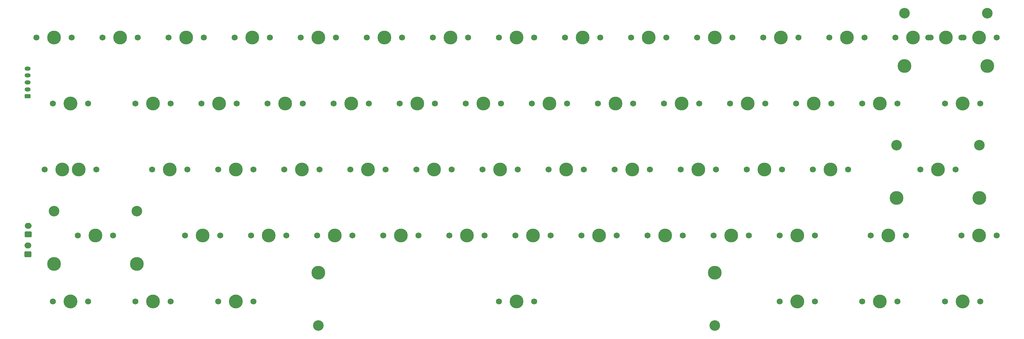
<source format=gbr>
%TF.GenerationSoftware,KiCad,Pcbnew,8.99.0-2194-gb3b7cbcab2*%
%TF.CreationDate,2024-09-18T03:27:03+07:00*%
%TF.ProjectId,Sebas_nuxros,53656261-735f-46e7-9578-726f732e6b69,rev?*%
%TF.SameCoordinates,Original*%
%TF.FileFunction,Soldermask,Top*%
%TF.FilePolarity,Negative*%
%FSLAX46Y46*%
G04 Gerber Fmt 4.6, Leading zero omitted, Abs format (unit mm)*
G04 Created by KiCad (PCBNEW 8.99.0-2194-gb3b7cbcab2) date 2024-09-18 03:27:03*
%MOMM*%
%LPD*%
G01*
G04 APERTURE LIST*
G04 Aperture macros list*
%AMRoundRect*
0 Rectangle with rounded corners*
0 $1 Rounding radius*
0 $2 $3 $4 $5 $6 $7 $8 $9 X,Y pos of 4 corners*
0 Add a 4 corners polygon primitive as box body*
4,1,4,$2,$3,$4,$5,$6,$7,$8,$9,$2,$3,0*
0 Add four circle primitives for the rounded corners*
1,1,$1+$1,$2,$3*
1,1,$1+$1,$4,$5*
1,1,$1+$1,$6,$7*
1,1,$1+$1,$8,$9*
0 Add four rect primitives between the rounded corners*
20,1,$1+$1,$2,$3,$4,$5,0*
20,1,$1+$1,$4,$5,$6,$7,0*
20,1,$1+$1,$6,$7,$8,$9,0*
20,1,$1+$1,$8,$9,$2,$3,0*%
G04 Aperture macros list end*
%ADD10C,1.750000*%
%ADD11C,3.987800*%
%ADD12C,4.000000*%
%ADD13C,3.048000*%
%ADD14RoundRect,0.250000X0.625000X-0.350000X0.625000X0.350000X-0.625000X0.350000X-0.625000X-0.350000X0*%
%ADD15O,1.750000X1.200000*%
%ADD16RoundRect,0.250000X0.750000X-0.600000X0.750000X0.600000X-0.750000X0.600000X-0.750000X-0.600000X0*%
%ADD17O,2.000000X1.700000*%
G04 APERTURE END LIST*
D10*
%TO.C,SW1*%
X393706280Y114020000D03*
D11*
X388626280Y114020000D03*
D10*
X383546280Y114020000D03*
%TD*%
%TO.C,SW2*%
X412756280Y114020000D03*
D11*
X407676280Y114020000D03*
D10*
X402596280Y114020000D03*
%TD*%
%TO.C,SW3*%
X431806280Y114020000D03*
D11*
X426726280Y114020000D03*
D10*
X421646280Y114020000D03*
%TD*%
%TO.C,SW4*%
X450856280Y114020000D03*
D11*
X445776280Y114020000D03*
D10*
X440696280Y114020000D03*
%TD*%
%TO.C,SW5*%
X469906280Y114020000D03*
D11*
X464826280Y114020000D03*
D10*
X459746280Y114020000D03*
%TD*%
%TO.C,SW6*%
X488956280Y114020000D03*
D11*
X483876280Y114020000D03*
D10*
X478796280Y114020000D03*
%TD*%
%TO.C,SW7*%
X508006280Y114020000D03*
D11*
X502926280Y114020000D03*
D10*
X497846280Y114020000D03*
%TD*%
%TO.C,SW8*%
X527056280Y114020000D03*
D11*
X521976280Y114020000D03*
D10*
X516896280Y114020000D03*
%TD*%
%TO.C,SW9*%
X546106280Y114020000D03*
D11*
X541026280Y114020000D03*
D10*
X535946280Y114020000D03*
%TD*%
%TO.C,SW10*%
X565156280Y114020000D03*
D11*
X560076280Y114020000D03*
D10*
X554996280Y114020000D03*
%TD*%
%TO.C,SW11*%
X584206280Y114020000D03*
D11*
X579126280Y114020000D03*
D10*
X574046280Y114020000D03*
%TD*%
%TO.C,SW12*%
X603256280Y114020000D03*
D11*
X598176280Y114020000D03*
D10*
X593096280Y114020000D03*
%TD*%
%TO.C,SW13*%
X622306280Y114020000D03*
D11*
X617226280Y114020000D03*
D10*
X612146280Y114020000D03*
%TD*%
%TO.C,SW14*%
X631196280Y114020000D03*
D11*
X636276280Y114020000D03*
D10*
X641356280Y114020000D03*
%TD*%
%TO.C,SW15*%
X650246280Y114020000D03*
D11*
X655326280Y114020000D03*
D10*
X660406280Y114020000D03*
%TD*%
%TO.C,SW16*%
X398469280Y94970000D03*
D12*
X393389280Y94970000D03*
D11*
X393389280Y94970000D03*
D10*
X388309280Y94970000D03*
%TD*%
%TO.C,SW17*%
X422281280Y94970000D03*
D11*
X417201280Y94970000D03*
D10*
X412121280Y94970000D03*
%TD*%
%TO.C,SW18*%
X441331280Y94970000D03*
D11*
X436251280Y94970000D03*
D10*
X431171280Y94970000D03*
%TD*%
%TO.C,SW19*%
X460381280Y94970000D03*
D11*
X455301280Y94970000D03*
D10*
X450221280Y94970000D03*
%TD*%
%TO.C,SW20*%
X479431280Y94970000D03*
D11*
X474351280Y94970000D03*
D10*
X469271280Y94970000D03*
%TD*%
%TO.C,SW21*%
X498481280Y94970000D03*
D11*
X493401280Y94970000D03*
D10*
X488321280Y94970000D03*
%TD*%
%TO.C,SW22*%
X517531280Y94970000D03*
D11*
X512451280Y94970000D03*
D10*
X507371280Y94970000D03*
%TD*%
%TO.C,SW23*%
X536581280Y94970000D03*
D11*
X531501280Y94970000D03*
D10*
X526421280Y94970000D03*
%TD*%
%TO.C,SW24*%
X555631280Y94970000D03*
D11*
X550551280Y94970000D03*
D10*
X545471280Y94970000D03*
%TD*%
%TO.C,SW25*%
X574681280Y94970000D03*
D11*
X569601280Y94970000D03*
D10*
X564521280Y94970000D03*
%TD*%
%TO.C,SW26*%
X593731280Y94970000D03*
D11*
X588651280Y94970000D03*
D10*
X583571280Y94970000D03*
%TD*%
%TO.C,SW27*%
X612781280Y94970000D03*
D11*
X607701280Y94970000D03*
D10*
X602621280Y94970000D03*
%TD*%
%TO.C,SW28*%
X631831280Y94970000D03*
D11*
X626751280Y94970000D03*
D10*
X621671280Y94970000D03*
%TD*%
%TO.C,SW29*%
X655644280Y94970000D03*
D12*
X650564280Y94970000D03*
D11*
X650564280Y94970000D03*
D10*
X645484280Y94970000D03*
%TD*%
%TO.C,SW30*%
X390690280Y75920000D03*
D11*
X395770280Y75920000D03*
D10*
X400850280Y75920000D03*
%TD*%
%TO.C,SW31*%
X427043780Y75920000D03*
D11*
X421963780Y75920000D03*
D10*
X416883780Y75920000D03*
%TD*%
%TO.C,SW32*%
X446093780Y75920000D03*
D11*
X441013780Y75920000D03*
D10*
X435933780Y75920000D03*
%TD*%
%TO.C,SW33*%
X465143780Y75920000D03*
D11*
X460063780Y75920000D03*
D10*
X454983780Y75920000D03*
%TD*%
%TO.C,SW34*%
X484193780Y75920000D03*
D11*
X479113780Y75920000D03*
D10*
X474033780Y75920000D03*
%TD*%
%TO.C,SW35*%
X503243780Y75920000D03*
D11*
X498163780Y75920000D03*
D10*
X493083780Y75920000D03*
%TD*%
%TO.C,SW36*%
X522293780Y75920000D03*
D11*
X517213780Y75920000D03*
D10*
X512133780Y75920000D03*
%TD*%
%TO.C,SW37*%
X541343780Y75920000D03*
D11*
X536263780Y75920000D03*
D10*
X531183780Y75920000D03*
%TD*%
%TO.C,SW38*%
X560393780Y75920000D03*
D11*
X555313780Y75920000D03*
D10*
X550233780Y75920000D03*
%TD*%
%TO.C,SW39*%
X579443780Y75920000D03*
D11*
X574363780Y75920000D03*
D10*
X569283780Y75920000D03*
%TD*%
%TO.C,SW40*%
X598493780Y75920000D03*
D11*
X593413780Y75920000D03*
D10*
X588333780Y75920000D03*
%TD*%
%TO.C,SW41*%
X617543780Y75920000D03*
D11*
X612463780Y75920000D03*
D10*
X607383780Y75920000D03*
%TD*%
D11*
%TO.C,SW43*%
X655432380Y67665000D03*
D13*
X655432380Y82905000D03*
D10*
X648574380Y75920000D03*
D11*
X643494380Y75920000D03*
D10*
X638414380Y75920000D03*
D11*
X631556380Y67665000D03*
D13*
X631556380Y82905000D03*
%TD*%
D10*
%TO.C,SW45*%
X436568780Y56870000D03*
D11*
X431488780Y56870000D03*
D10*
X426408780Y56870000D03*
%TD*%
%TO.C,SW46*%
X455618780Y56870000D03*
D11*
X450538780Y56870000D03*
D10*
X445458780Y56870000D03*
%TD*%
%TO.C,SW47*%
X474668780Y56870000D03*
D11*
X469588780Y56870000D03*
D10*
X464508780Y56870000D03*
%TD*%
%TO.C,SW48*%
X493718780Y56870000D03*
D11*
X488638780Y56870000D03*
D10*
X483558780Y56870000D03*
%TD*%
%TO.C,SW49*%
X512768780Y56870000D03*
D11*
X507688780Y56870000D03*
D10*
X502608780Y56870000D03*
%TD*%
%TO.C,SW50*%
X531818780Y56870000D03*
D11*
X526738780Y56870000D03*
D10*
X521658780Y56870000D03*
%TD*%
%TO.C,SW51*%
X550868780Y56870000D03*
D11*
X545788780Y56870000D03*
D10*
X540708780Y56870000D03*
%TD*%
%TO.C,SW52*%
X569918780Y56870000D03*
D11*
X564838780Y56870000D03*
D10*
X559758780Y56870000D03*
%TD*%
%TO.C,SW53*%
X588968780Y56870000D03*
D11*
X583888780Y56870000D03*
D10*
X578808780Y56870000D03*
%TD*%
%TO.C,SW54*%
X608018780Y56870000D03*
D11*
X602938780Y56870000D03*
D10*
X597858780Y56870000D03*
%TD*%
%TO.C,SW55*%
X634212780Y56870000D03*
D11*
X629132780Y56870000D03*
D10*
X624052780Y56870000D03*
%TD*%
%TO.C,SW56*%
X660406280Y56870000D03*
D11*
X655326280Y56870000D03*
D10*
X650246280Y56870000D03*
%TD*%
%TO.C,SW57*%
X398469280Y37820000D03*
D12*
X393389280Y37820000D03*
D11*
X393389280Y37820000D03*
D10*
X388309280Y37820000D03*
%TD*%
%TO.C,SW58*%
X422281280Y37820000D03*
D11*
X417201280Y37820000D03*
D10*
X412121280Y37820000D03*
%TD*%
%TO.C,SW59*%
X446094280Y37820000D03*
D12*
X441014280Y37820000D03*
D11*
X441014280Y37820000D03*
D10*
X435934280Y37820000D03*
%TD*%
D13*
%TO.C,SW62*%
X579126280Y30835000D03*
D11*
X579126280Y46075000D03*
D10*
X527056280Y37820000D03*
D11*
X521976280Y37820000D03*
D10*
X516896280Y37820000D03*
D13*
X464826280Y30835000D03*
D11*
X464826280Y46075000D03*
%TD*%
D10*
%TO.C,SW68*%
X608019280Y37820000D03*
D12*
X602939280Y37820000D03*
D11*
X602939280Y37820000D03*
D10*
X597859280Y37820000D03*
%TD*%
%TO.C,SW69*%
X631831280Y37820000D03*
D11*
X626751280Y37820000D03*
D10*
X621671280Y37820000D03*
%TD*%
%TO.C,SW70*%
X655644280Y37820000D03*
D12*
X650564280Y37820000D03*
D11*
X650564280Y37820000D03*
D10*
X645484280Y37820000D03*
%TD*%
D11*
%TO.C,SW1000*%
X412544880Y48615000D03*
D13*
X412544880Y63855000D03*
D10*
X405686880Y56870000D03*
D11*
X400606880Y56870000D03*
D10*
X395526880Y56870000D03*
D11*
X388668880Y48615000D03*
D13*
X388668880Y63855000D03*
%TD*%
D10*
%TO.C,SW1001*%
X396087280Y75920000D03*
D11*
X391007280Y75920000D03*
D10*
X385927280Y75920000D03*
%TD*%
D11*
%TO.C,SW1002*%
X657739280Y105765000D03*
D13*
X657739280Y121005000D03*
D10*
X650881280Y114020000D03*
D11*
X645801280Y114020000D03*
D10*
X640721280Y114020000D03*
D11*
X633863280Y105765000D03*
D13*
X633863280Y121005000D03*
%TD*%
D14*
%TO.C,J2*%
X380988780Y97070000D03*
D15*
X380988780Y99070000D03*
X380988780Y101070000D03*
X380988780Y103070000D03*
X380988780Y105070000D03*
%TD*%
D16*
%TO.C,SWb\u00F4trst1*%
X381153780Y57170000D03*
D17*
X381153780Y59670000D03*
%TD*%
D16*
%TO.C,SWb\u00F4t1*%
X381088780Y51470000D03*
D17*
X381088780Y53970000D03*
%TD*%
M02*

</source>
